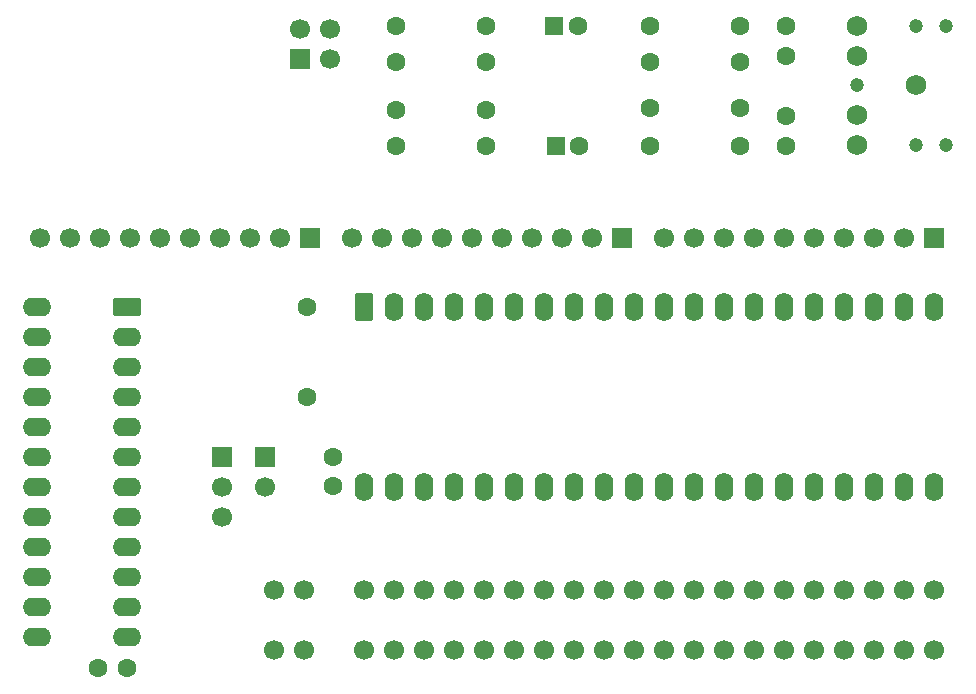
<source format=gbr>
%TF.GenerationSoftware,KiCad,Pcbnew,9.0.5*%
%TF.CreationDate,2025-11-20T20:38:36+00:00*%
%TF.ProjectId,zxeightyzon,7a786569-6768-4747-997a-6f6e2e6b6963,1.0*%
%TF.SameCoordinates,Original*%
%TF.FileFunction,Soldermask,Bot*%
%TF.FilePolarity,Negative*%
%FSLAX46Y46*%
G04 Gerber Fmt 4.6, Leading zero omitted, Abs format (unit mm)*
G04 Created by KiCad (PCBNEW 9.0.5) date 2025-11-20 20:38:36*
%MOMM*%
%LPD*%
G01*
G04 APERTURE LIST*
G04 Aperture macros list*
%AMRoundRect*
0 Rectangle with rounded corners*
0 $1 Rounding radius*
0 $2 $3 $4 $5 $6 $7 $8 $9 X,Y pos of 4 corners*
0 Add a 4 corners polygon primitive as box body*
4,1,4,$2,$3,$4,$5,$6,$7,$8,$9,$2,$3,0*
0 Add four circle primitives for the rounded corners*
1,1,$1+$1,$2,$3*
1,1,$1+$1,$4,$5*
1,1,$1+$1,$6,$7*
1,1,$1+$1,$8,$9*
0 Add four rect primitives between the rounded corners*
20,1,$1+$1,$2,$3,$4,$5,0*
20,1,$1+$1,$4,$5,$6,$7,0*
20,1,$1+$1,$6,$7,$8,$9,0*
20,1,$1+$1,$8,$9,$2,$3,0*%
G04 Aperture macros list end*
%ADD10C,1.700000*%
%ADD11RoundRect,0.250000X-0.550000X-0.550000X0.550000X-0.550000X0.550000X0.550000X-0.550000X0.550000X0*%
%ADD12C,1.600000*%
%ADD13R,1.700000X1.700000*%
%ADD14C,1.193800*%
%ADD15C,1.752600*%
%ADD16RoundRect,0.250000X0.950000X0.550000X-0.950000X0.550000X-0.950000X-0.550000X0.950000X-0.550000X0*%
%ADD17O,2.400000X1.600000*%
%ADD18RoundRect,0.250000X-0.550000X0.950000X-0.550000X-0.950000X0.550000X-0.950000X0.550000X0.950000X0*%
%ADD19O,1.600000X2.400000*%
G04 APERTURE END LIST*
D10*
%TO.C,CO1*%
X61206200Y-92318200D03*
X63746200Y-92318200D03*
X68826200Y-92318200D03*
X71366200Y-92318200D03*
X73906200Y-92318200D03*
X76446200Y-92318200D03*
X78986200Y-92318200D03*
X81526200Y-92318200D03*
X84066200Y-92318200D03*
X86606200Y-92318200D03*
X89146200Y-92318200D03*
X91686200Y-92318200D03*
X94226200Y-92318200D03*
X96766200Y-92318200D03*
X99306200Y-92318200D03*
X101846200Y-92318200D03*
X104386200Y-92318200D03*
X106926200Y-92318200D03*
X109466200Y-92318200D03*
X112006200Y-92318200D03*
X114546200Y-92318200D03*
X117086200Y-92318200D03*
X61206200Y-87238200D03*
X63746200Y-87238200D03*
X68826200Y-87238200D03*
X71366200Y-87238200D03*
X73906200Y-87238200D03*
X76446200Y-87238200D03*
X78986200Y-87238200D03*
X81526200Y-87238200D03*
X84066200Y-87238200D03*
X86606200Y-87238200D03*
X89146200Y-87238200D03*
X91686200Y-87238200D03*
X94226200Y-87238200D03*
X96766200Y-87238200D03*
X99306200Y-87238200D03*
X101846200Y-87238200D03*
X104386200Y-87238200D03*
X106926200Y-87238200D03*
X109466200Y-87238200D03*
X112006200Y-87238200D03*
X114546200Y-87238200D03*
X117086200Y-87238200D03*
%TD*%
D11*
%TO.C,C2*%
X84885600Y-39464600D03*
D12*
X86885600Y-39464600D03*
%TD*%
D13*
%TO.C,J4*%
X63390600Y-42258600D03*
D10*
X65930600Y-42258600D03*
X63390600Y-39718600D03*
X65930600Y-39718600D03*
%TD*%
D13*
%TO.C,JP1*%
X60444200Y-75935200D03*
D10*
X60444200Y-78475200D03*
%TD*%
D13*
%TO.C,J2*%
X90670200Y-57393200D03*
D10*
X88130200Y-57393200D03*
X85590200Y-57393200D03*
X83050200Y-57393200D03*
X80510200Y-57393200D03*
X77970200Y-57393200D03*
X75430200Y-57393200D03*
X72890200Y-57393200D03*
X70350200Y-57393200D03*
X67810200Y-57393200D03*
%TD*%
D12*
%TO.C,R8*%
X92981600Y-49624600D03*
X100601600Y-49624600D03*
%TD*%
D13*
%TO.C,J1*%
X117086200Y-57393200D03*
D10*
X114546200Y-57393200D03*
X112006200Y-57393200D03*
X109466200Y-57393200D03*
X106926200Y-57393200D03*
X104386200Y-57393200D03*
X101846200Y-57393200D03*
X99306200Y-57393200D03*
X96766200Y-57393200D03*
X94226200Y-57393200D03*
%TD*%
D12*
%TO.C,R4*%
X79138600Y-46576600D03*
X71518600Y-46576600D03*
%TD*%
%TO.C,R2*%
X71518600Y-49624600D03*
X79138600Y-49624600D03*
%TD*%
D14*
%TO.C,CO2*%
X118062200Y-39519200D03*
X115562200Y-39519200D03*
X110562200Y-44519200D03*
X118062200Y-49519200D03*
X115562200Y-49519200D03*
D15*
X110562200Y-39519200D03*
X110562200Y-42019200D03*
X110562200Y-47019200D03*
X110562200Y-49519200D03*
X115562200Y-44519200D03*
%TD*%
D12*
%TO.C,R9*%
X92981600Y-39464600D03*
X100601600Y-39464600D03*
%TD*%
D11*
%TO.C,C1*%
X85012600Y-49624600D03*
D12*
X87012600Y-49624600D03*
%TD*%
%TO.C,C4*%
X104538600Y-39504600D03*
X104538600Y-42004600D03*
%TD*%
%TO.C,C6*%
X46240200Y-93842200D03*
X48740200Y-93842200D03*
%TD*%
%TO.C,R3*%
X71518600Y-39464600D03*
X79138600Y-39464600D03*
%TD*%
%TO.C,FB1*%
X64000200Y-63235200D03*
X64000200Y-70855200D03*
%TD*%
D16*
%TO.C,U2*%
X48760200Y-63235200D03*
D17*
X48760200Y-65775200D03*
X48760200Y-68315200D03*
X48760200Y-70855200D03*
X48760200Y-73395200D03*
X48760200Y-75935200D03*
X48760200Y-78475200D03*
X48760200Y-81015200D03*
X48760200Y-83555200D03*
X48760200Y-86095200D03*
X48760200Y-88635200D03*
X48760200Y-91175200D03*
X41140200Y-91175200D03*
X41140200Y-88635200D03*
X41140200Y-86095200D03*
X41140200Y-83555200D03*
X41140200Y-81015200D03*
X41140200Y-78475200D03*
X41140200Y-75935200D03*
X41140200Y-73395200D03*
X41140200Y-70855200D03*
X41140200Y-68315200D03*
X41140200Y-65775200D03*
X41140200Y-63235200D03*
%TD*%
D13*
%TO.C,J3*%
X64254200Y-57393200D03*
D10*
X61714200Y-57393200D03*
X59174200Y-57393200D03*
X56634200Y-57393200D03*
X54094200Y-57393200D03*
X51554200Y-57393200D03*
X49014200Y-57393200D03*
X46474200Y-57393200D03*
X43934200Y-57393200D03*
X41394200Y-57393200D03*
%TD*%
D12*
%TO.C,C3*%
X104538600Y-49604600D03*
X104538600Y-47104600D03*
%TD*%
%TO.C,R6*%
X92981600Y-46449600D03*
X100601600Y-46449600D03*
%TD*%
%TO.C,R5*%
X79138600Y-42512600D03*
X71518600Y-42512600D03*
%TD*%
D18*
%TO.C,U1*%
X68826200Y-63235200D03*
D19*
X71366200Y-63235200D03*
X73906200Y-63235200D03*
X76446200Y-63235200D03*
X78986200Y-63235200D03*
X81526200Y-63235200D03*
X84066200Y-63235200D03*
X86606200Y-63235200D03*
X89146200Y-63235200D03*
X91686200Y-63235200D03*
X94226200Y-63235200D03*
X96766200Y-63235200D03*
X99306200Y-63235200D03*
X101846200Y-63235200D03*
X104386200Y-63235200D03*
X106926200Y-63235200D03*
X109466200Y-63235200D03*
X112006200Y-63235200D03*
X114546200Y-63235200D03*
X117086200Y-63235200D03*
X117086200Y-78475200D03*
X114546200Y-78475200D03*
X112006200Y-78475200D03*
X109466200Y-78475200D03*
X106926200Y-78475200D03*
X104386200Y-78475200D03*
X101846200Y-78475200D03*
X99306200Y-78475200D03*
X96766200Y-78475200D03*
X94226200Y-78475200D03*
X91686200Y-78475200D03*
X89146200Y-78475200D03*
X86606200Y-78475200D03*
X84066200Y-78475200D03*
X81526200Y-78475200D03*
X78986200Y-78475200D03*
X76446200Y-78475200D03*
X73906200Y-78475200D03*
X71366200Y-78475200D03*
X68826200Y-78475200D03*
%TD*%
D12*
%TO.C,R7*%
X92981600Y-42512600D03*
X100601600Y-42512600D03*
%TD*%
%TO.C,C5*%
X66159200Y-78455200D03*
X66159200Y-75955200D03*
%TD*%
D13*
%TO.C,JP2*%
X56761200Y-75935200D03*
D10*
X56761200Y-78475200D03*
X56761200Y-81015200D03*
%TD*%
M02*

</source>
